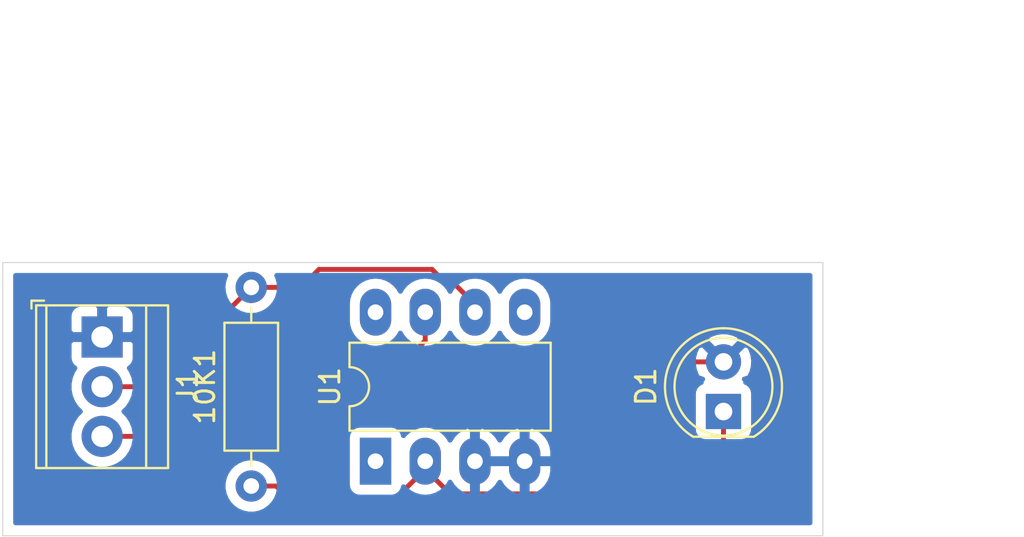
<source format=kicad_pcb>
(kicad_pcb (version 20171130) (host pcbnew "(5.1.4)-1")

  (general
    (thickness 1.6)
    (drawings 13)
    (tracks 29)
    (zones 0)
    (modules 4)
    (nets 8)
  )

  (page A4)
  (layers
    (0 F.Cu signal)
    (31 B.Cu signal)
    (32 B.Adhes user)
    (33 F.Adhes user)
    (34 B.Paste user)
    (35 F.Paste user)
    (36 B.SilkS user)
    (37 F.SilkS user)
    (38 B.Mask user)
    (39 F.Mask user)
    (40 Dwgs.User user)
    (41 Cmts.User user)
    (42 Eco1.User user)
    (43 Eco2.User user)
    (44 Edge.Cuts user)
    (45 Margin user)
    (46 B.CrtYd user)
    (47 F.CrtYd user)
    (48 B.Fab user)
    (49 F.Fab user)
  )

  (setup
    (last_trace_width 0.25)
    (trace_clearance 0.2)
    (zone_clearance 0.508)
    (zone_45_only no)
    (trace_min 0.2)
    (via_size 0.8)
    (via_drill 0.4)
    (via_min_size 0.4)
    (via_min_drill 0.3)
    (uvia_size 0.3)
    (uvia_drill 0.1)
    (uvias_allowed no)
    (uvia_min_size 0.2)
    (uvia_min_drill 0.1)
    (edge_width 0.05)
    (segment_width 0.2)
    (pcb_text_width 0.3)
    (pcb_text_size 1.5 1.5)
    (mod_edge_width 0.12)
    (mod_text_size 1 1)
    (mod_text_width 0.15)
    (pad_size 1.524 1.524)
    (pad_drill 0.762)
    (pad_to_mask_clearance 0.051)
    (solder_mask_min_width 0.25)
    (aux_axis_origin 0 0)
    (visible_elements 7FFFFFFF)
    (pcbplotparams
      (layerselection 0x010fc_ffffffff)
      (usegerberextensions false)
      (usegerberattributes false)
      (usegerberadvancedattributes false)
      (creategerberjobfile false)
      (excludeedgelayer true)
      (linewidth 0.100000)
      (plotframeref false)
      (viasonmask false)
      (mode 1)
      (useauxorigin false)
      (hpglpennumber 1)
      (hpglpenspeed 20)
      (hpglpendiameter 15.000000)
      (psnegative false)
      (psa4output false)
      (plotreference true)
      (plotvalue true)
      (plotinvisibletext false)
      (padsonsilk false)
      (subtractmaskfromsilk false)
      (outputformat 1)
      (mirror false)
      (drillshape 0)
      (scaleselection 1)
      (outputdirectory "Brd files/"))
  )

  (net 0 "")
  (net 1 "Net-(10K1-Pad2)")
  (net 2 "Net-(10K1-Pad1)")
  (net 3 GND)
  (net 4 "Net-(J1-Pad3)")
  (net 5 "Net-(U1-Pad8)")
  (net 6 "Net-(U1-Pad5)")
  (net 7 "Net-(U1-Pad1)")

  (net_class Default "This is the default net class."
    (clearance 0.2)
    (trace_width 0.25)
    (via_dia 0.8)
    (via_drill 0.4)
    (uvia_dia 0.3)
    (uvia_drill 0.1)
    (add_net GND)
    (add_net "Net-(10K1-Pad1)")
    (add_net "Net-(10K1-Pad2)")
    (add_net "Net-(J1-Pad3)")
    (add_net "Net-(U1-Pad1)")
    (add_net "Net-(U1-Pad5)")
    (add_net "Net-(U1-Pad8)")
  )

  (module Package_DIP:DIP-8_W7.62mm_LongPads (layer F.Cu) (tedit 5A02E8C5) (tstamp 5E9E17DD)
    (at 134.62 -195.58 90)
    (descr "8-lead though-hole mounted DIP package, row spacing 7.62 mm (300 mils), LongPads")
    (tags "THT DIP DIL PDIP 2.54mm 7.62mm 300mil LongPads")
    (path /5E9E4C73)
    (fp_text reference U1 (at 3.81 -2.33 90) (layer F.SilkS)
      (effects (font (size 1 1) (thickness 0.15)))
    )
    (fp_text value LTC1050CN8PBF (at 3.81 9.95 90) (layer F.Fab)
      (effects (font (size 1 1) (thickness 0.15)))
    )
    (fp_text user %R (at -2.54 7.62 90) (layer F.Fab)
      (effects (font (size 1 1) (thickness 0.15)))
    )
    (fp_line (start 9.1 -1.55) (end -1.45 -1.55) (layer F.CrtYd) (width 0.05))
    (fp_line (start 9.1 9.15) (end 9.1 -1.55) (layer F.CrtYd) (width 0.05))
    (fp_line (start -1.45 9.15) (end 9.1 9.15) (layer F.CrtYd) (width 0.05))
    (fp_line (start -1.45 -1.55) (end -1.45 9.15) (layer F.CrtYd) (width 0.05))
    (fp_line (start 6.06 -1.33) (end 4.81 -1.33) (layer F.SilkS) (width 0.12))
    (fp_line (start 6.06 8.95) (end 6.06 -1.33) (layer F.SilkS) (width 0.12))
    (fp_line (start 1.56 8.95) (end 6.06 8.95) (layer F.SilkS) (width 0.12))
    (fp_line (start 1.56 -1.33) (end 1.56 8.95) (layer F.SilkS) (width 0.12))
    (fp_line (start 2.81 -1.33) (end 1.56 -1.33) (layer F.SilkS) (width 0.12))
    (fp_line (start 0.635 -0.27) (end 1.635 -1.27) (layer F.Fab) (width 0.1))
    (fp_line (start 0.635 8.89) (end 0.635 -0.27) (layer F.Fab) (width 0.1))
    (fp_line (start 6.985 8.89) (end 0.635 8.89) (layer F.Fab) (width 0.1))
    (fp_line (start 6.985 -1.27) (end 6.985 8.89) (layer F.Fab) (width 0.1))
    (fp_line (start 1.635 -1.27) (end 6.985 -1.27) (layer F.Fab) (width 0.1))
    (fp_arc (start 3.81 -1.33) (end 2.81 -1.33) (angle -180) (layer F.SilkS) (width 0.12))
    (pad 8 thru_hole oval (at 7.62 0 90) (size 2.4 1.6) (drill 0.8) (layers *.Cu *.Mask)
      (net 5 "Net-(U1-Pad8)"))
    (pad 4 thru_hole oval (at 0 7.62 90) (size 2.4 1.6) (drill 0.8) (layers *.Cu *.Mask)
      (net 3 GND))
    (pad 7 thru_hole oval (at 7.62 2.54 90) (size 2.4 1.6) (drill 0.8) (layers *.Cu *.Mask)
      (net 4 "Net-(J1-Pad3)"))
    (pad 3 thru_hole oval (at 0 5.08 90) (size 2.4 1.6) (drill 0.8) (layers *.Cu *.Mask)
      (net 3 GND))
    (pad 6 thru_hole oval (at 7.62 5.08 90) (size 2.4 1.6) (drill 0.8) (layers *.Cu *.Mask)
      (net 1 "Net-(10K1-Pad2)"))
    (pad 2 thru_hole oval (at 0 2.54 90) (size 2.4 1.6) (drill 0.8) (layers *.Cu *.Mask)
      (net 2 "Net-(10K1-Pad1)"))
    (pad 5 thru_hole oval (at 7.62 7.62 90) (size 2.4 1.6) (drill 0.8) (layers *.Cu *.Mask)
      (net 6 "Net-(U1-Pad5)"))
    (pad 1 thru_hole rect (at 0 0 90) (size 2.4 1.6) (drill 0.8) (layers *.Cu *.Mask)
      (net 7 "Net-(U1-Pad1)"))
    (model ${KISYS3DMOD}/Package_DIP.3dshapes/DIP-8_W7.62mm.wrl
      (at (xyz 0 0 0))
      (scale (xyz 1 1 1))
      (rotate (xyz 0 0 0))
    )
  )

  (module TerminalBlock_TE-Connectivity:TerminalBlock_TE_282834-3_1x03_P2.54mm_Horizontal (layer F.Cu) (tedit 5B1EC513) (tstamp 5E9E17C1)
    (at 120.65 -201.93 270)
    (descr "Terminal Block TE 282834-3, 3 pins, pitch 2.54mm, size 8.08x6.5mm^2, drill diamater 1.1mm, pad diameter 2.1mm, see http://www.te.com/commerce/DocumentDelivery/DDEController?Action=showdoc&DocId=Customer+Drawing%7F282834%7FC1%7Fpdf%7FEnglish%7FENG_CD_282834_C1.pdf, script-generated using https://github.com/pointhi/kicad-footprint-generator/scripts/TerminalBlock_TE-Connectivity")
    (tags "THT Terminal Block TE 282834-3 pitch 2.54mm size 8.08x6.5mm^2 drill 1.1mm pad 2.1mm")
    (path /5E9E579B)
    (fp_text reference J1 (at 2.54 -4.37 90) (layer F.SilkS)
      (effects (font (size 1 1) (thickness 0.15)))
    )
    (fp_text value J1 (at 2.54 4.37 90) (layer F.Fab)
      (effects (font (size 1 1) (thickness 0.15)))
    )
    (fp_text user %R (at 2.54 2 90) (layer F.Fab)
      (effects (font (size 1 1) (thickness 0.15)))
    )
    (fp_line (start 7.08 -3.75) (end -2 -3.75) (layer F.CrtYd) (width 0.05))
    (fp_line (start 7.08 3.75) (end 7.08 -3.75) (layer F.CrtYd) (width 0.05))
    (fp_line (start -2 3.75) (end 7.08 3.75) (layer F.CrtYd) (width 0.05))
    (fp_line (start -2 -3.75) (end -2 3.75) (layer F.CrtYd) (width 0.05))
    (fp_line (start -1.86 3.61) (end -1.46 3.61) (layer F.SilkS) (width 0.12))
    (fp_line (start -1.86 2.97) (end -1.86 3.61) (layer F.SilkS) (width 0.12))
    (fp_line (start 5.781 -0.835) (end 4.246 0.7) (layer F.Fab) (width 0.1))
    (fp_line (start 5.915 -0.7) (end 4.38 0.835) (layer F.Fab) (width 0.1))
    (fp_line (start 3.241 -0.835) (end 1.706 0.7) (layer F.Fab) (width 0.1))
    (fp_line (start 3.375 -0.7) (end 1.84 0.835) (layer F.Fab) (width 0.1))
    (fp_line (start 0.701 -0.835) (end -0.835 0.7) (layer F.Fab) (width 0.1))
    (fp_line (start 0.835 -0.7) (end -0.701 0.835) (layer F.Fab) (width 0.1))
    (fp_line (start 6.7 -3.37) (end 6.7 3.37) (layer F.SilkS) (width 0.12))
    (fp_line (start -1.62 -3.37) (end -1.62 3.37) (layer F.SilkS) (width 0.12))
    (fp_line (start -1.62 3.37) (end 6.7 3.37) (layer F.SilkS) (width 0.12))
    (fp_line (start -1.62 -3.37) (end 6.7 -3.37) (layer F.SilkS) (width 0.12))
    (fp_line (start -1.62 -2.25) (end 6.7 -2.25) (layer F.SilkS) (width 0.12))
    (fp_line (start -1.5 -2.25) (end 6.58 -2.25) (layer F.Fab) (width 0.1))
    (fp_line (start -1.62 2.85) (end 6.7 2.85) (layer F.SilkS) (width 0.12))
    (fp_line (start -1.5 2.85) (end 6.58 2.85) (layer F.Fab) (width 0.1))
    (fp_line (start -1.5 2.85) (end -1.5 -3.25) (layer F.Fab) (width 0.1))
    (fp_line (start -1.1 3.25) (end -1.5 2.85) (layer F.Fab) (width 0.1))
    (fp_line (start 6.58 3.25) (end -1.1 3.25) (layer F.Fab) (width 0.1))
    (fp_line (start 6.58 -3.25) (end 6.58 3.25) (layer F.Fab) (width 0.1))
    (fp_line (start -1.5 -3.25) (end 6.58 -3.25) (layer F.Fab) (width 0.1))
    (fp_circle (center 5.08 0) (end 6.18 0) (layer F.Fab) (width 0.1))
    (fp_circle (center 2.54 0) (end 3.64 0) (layer F.Fab) (width 0.1))
    (fp_circle (center 0 0) (end 1.1 0) (layer F.Fab) (width 0.1))
    (pad 3 thru_hole circle (at 5.08 0 270) (size 2.1 2.1) (drill 1.1) (layers *.Cu *.Mask)
      (net 4 "Net-(J1-Pad3)"))
    (pad 2 thru_hole circle (at 2.54 0 270) (size 2.1 2.1) (drill 1.1) (layers *.Cu *.Mask)
      (net 1 "Net-(10K1-Pad2)"))
    (pad 1 thru_hole rect (at 0 0 270) (size 2.1 2.1) (drill 1.1) (layers *.Cu *.Mask)
      (net 3 GND))
    (model ${KISYS3DMOD}/TerminalBlock_TE-Connectivity.3dshapes/TerminalBlock_TE_282834-3_1x03_P2.54mm_Horizontal.wrl
      (at (xyz 0 0 0))
      (scale (xyz 1 1 1))
      (rotate (xyz 0 0 0))
    )
  )

  (module LED_THT:LED_D5.0mm_IRGrey (layer F.Cu) (tedit 5A6C9BB8) (tstamp 5E9E179D)
    (at 152.4 -198.12 90)
    (descr "LED, diameter 5.0mm, 2 pins, http://cdn-reichelt.de/documents/datenblatt/A500/LL-504BC2E-009.pdf")
    (tags "LED diameter 5.0mm 2 pins")
    (path /5E9EBA60)
    (fp_text reference D1 (at 1.27 -3.96 90) (layer F.SilkS)
      (effects (font (size 1 1) (thickness 0.15)))
    )
    (fp_text value SFH229 (at 1.27 3.96 90) (layer F.Fab)
      (effects (font (size 1 1) (thickness 0.15)))
    )
    (fp_arc (start 1.27 0) (end -1.29 1.54483) (angle -148.9) (layer F.SilkS) (width 0.12))
    (fp_arc (start 1.27 0) (end -1.29 -1.54483) (angle 148.9) (layer F.SilkS) (width 0.12))
    (fp_arc (start 1.27 0) (end -1.23 -1.469694) (angle 299.1) (layer F.Fab) (width 0.1))
    (fp_circle (center 1.27 0) (end 3.77 0) (layer F.SilkS) (width 0.12))
    (fp_circle (center 1.27 0) (end 3.77 0) (layer F.Fab) (width 0.1))
    (fp_line (start 4.5 -3.25) (end -1.95 -3.25) (layer F.CrtYd) (width 0.05))
    (fp_line (start 4.5 3.25) (end 4.5 -3.25) (layer F.CrtYd) (width 0.05))
    (fp_line (start -1.95 3.25) (end 4.5 3.25) (layer F.CrtYd) (width 0.05))
    (fp_line (start -1.95 -3.25) (end -1.95 3.25) (layer F.CrtYd) (width 0.05))
    (fp_line (start -1.29 -1.545) (end -1.29 1.545) (layer F.SilkS) (width 0.12))
    (fp_line (start -1.23 -1.469694) (end -1.23 1.469694) (layer F.Fab) (width 0.1))
    (fp_text user %R (at 1.25 0 90) (layer F.Fab)
      (effects (font (size 0.8 0.8) (thickness 0.2)))
    )
    (pad 2 thru_hole circle (at 2.54 0 90) (size 1.8 1.8) (drill 0.9) (layers *.Cu *.Mask)
      (net 3 GND))
    (pad 1 thru_hole rect (at 0 0 90) (size 1.8 1.8) (drill 0.9) (layers *.Cu *.Mask)
      (net 2 "Net-(10K1-Pad1)"))
    (model ${KISYS3DMOD}/LED_THT.3dshapes/LED_D5.0mm_IRGrey.wrl
      (at (xyz 0 0 0))
      (scale (xyz 1 1 1))
      (rotate (xyz 0 0 0))
    )
  )

  (module Resistor_THT:R_Axial_DIN0207_L6.3mm_D2.5mm_P10.16mm_Horizontal (layer F.Cu) (tedit 5AE5139B) (tstamp 5E9E178B)
    (at 128.27 -194.31 90)
    (descr "Resistor, Axial_DIN0207 series, Axial, Horizontal, pin pitch=10.16mm, 0.25W = 1/4W, length*diameter=6.3*2.5mm^2, http://cdn-reichelt.de/documents/datenblatt/B400/1_4W%23YAG.pdf")
    (tags "Resistor Axial_DIN0207 series Axial Horizontal pin pitch 10.16mm 0.25W = 1/4W length 6.3mm diameter 2.5mm")
    (path /5E9EAAF9)
    (fp_text reference 10K1 (at 5.08 -2.37 90) (layer F.SilkS)
      (effects (font (size 1 1) (thickness 0.15)))
    )
    (fp_text value R (at 5.08 2.37 90) (layer F.Fab)
      (effects (font (size 1 1) (thickness 0.15)))
    )
    (fp_text user %R (at 5.08 0 270) (layer F.Fab)
      (effects (font (size 1 1) (thickness 0.15)))
    )
    (fp_line (start 11.21 -1.5) (end -1.05 -1.5) (layer F.CrtYd) (width 0.05))
    (fp_line (start 11.21 1.5) (end 11.21 -1.5) (layer F.CrtYd) (width 0.05))
    (fp_line (start -1.05 1.5) (end 11.21 1.5) (layer F.CrtYd) (width 0.05))
    (fp_line (start -1.05 -1.5) (end -1.05 1.5) (layer F.CrtYd) (width 0.05))
    (fp_line (start 9.12 0) (end 8.35 0) (layer F.SilkS) (width 0.12))
    (fp_line (start 1.04 0) (end 1.81 0) (layer F.SilkS) (width 0.12))
    (fp_line (start 8.35 -1.37) (end 1.81 -1.37) (layer F.SilkS) (width 0.12))
    (fp_line (start 8.35 1.37) (end 8.35 -1.37) (layer F.SilkS) (width 0.12))
    (fp_line (start 1.81 1.37) (end 8.35 1.37) (layer F.SilkS) (width 0.12))
    (fp_line (start 1.81 -1.37) (end 1.81 1.37) (layer F.SilkS) (width 0.12))
    (fp_line (start 10.16 0) (end 8.23 0) (layer F.Fab) (width 0.1))
    (fp_line (start 0 0) (end 1.93 0) (layer F.Fab) (width 0.1))
    (fp_line (start 8.23 -1.25) (end 1.93 -1.25) (layer F.Fab) (width 0.1))
    (fp_line (start 8.23 1.25) (end 8.23 -1.25) (layer F.Fab) (width 0.1))
    (fp_line (start 1.93 1.25) (end 8.23 1.25) (layer F.Fab) (width 0.1))
    (fp_line (start 1.93 -1.25) (end 1.93 1.25) (layer F.Fab) (width 0.1))
    (pad 2 thru_hole oval (at 10.16 0 90) (size 1.6 1.6) (drill 0.8) (layers *.Cu *.Mask)
      (net 1 "Net-(10K1-Pad2)"))
    (pad 1 thru_hole circle (at 0 0 90) (size 1.6 1.6) (drill 0.8) (layers *.Cu *.Mask)
      (net 2 "Net-(10K1-Pad1)"))
    (model ${KISYS3DMOD}/Resistor_THT.3dshapes/R_Axial_DIN0207_L6.3mm_D2.5mm_P10.16mm_Horizontal.wrl
      (at (xyz 0 0 0))
      (scale (xyz 1 1 1))
      (rotate (xyz 0 0 0))
    )
  )

  (gr_text S (at 125.73 -199.39) (layer Dwgs.User)
    (effects (font (size 1 1) (thickness 0.15)))
  )
  (gr_text +5 (at 125.73 -196.85) (layer Dwgs.User)
    (effects (font (size 1 1) (thickness 0.15)))
  )
  (gr_text G (at 125.73 -203.2) (layer Dwgs.User)
    (effects (font (size 1 1) (thickness 0.15)))
  )
  (dimension 41.91 (width 0.15) (layer Dwgs.User)
    (gr_text "1.6500 in" (at 136.525 -218.47) (layer Dwgs.User)
      (effects (font (size 1 1) (thickness 0.15)))
    )
    (feature1 (pts (xy 115.57 -205.74) (xy 115.57 -217.756421)))
    (feature2 (pts (xy 157.48 -205.74) (xy 157.48 -217.756421)))
    (crossbar (pts (xy 157.48 -217.17) (xy 115.57 -217.17)))
    (arrow1a (pts (xy 115.57 -217.17) (xy 116.696504 -217.756421)))
    (arrow1b (pts (xy 115.57 -217.17) (xy 116.696504 -216.583579)))
    (arrow2a (pts (xy 157.48 -217.17) (xy 156.353496 -217.756421)))
    (arrow2b (pts (xy 157.48 -217.17) (xy 156.353496 -216.583579)))
  )
  (dimension 13.97 (width 0.15) (layer Dwgs.User)
    (gr_text "0.5500 in" (at 166.4 -198.755 270) (layer Dwgs.User)
      (effects (font (size 1 1) (thickness 0.15)))
    )
    (feature1 (pts (xy 157.48 -191.77) (xy 165.686421 -191.77)))
    (feature2 (pts (xy 157.48 -205.74) (xy 165.686421 -205.74)))
    (crossbar (pts (xy 165.1 -205.74) (xy 165.1 -191.77)))
    (arrow1a (pts (xy 165.1 -191.77) (xy 164.513579 -192.896504)))
    (arrow1b (pts (xy 165.1 -191.77) (xy 165.686421 -192.896504)))
    (arrow2a (pts (xy 165.1 -205.74) (xy 164.513579 -204.613496)))
    (arrow2b (pts (xy 165.1 -205.74) (xy 165.686421 -204.613496)))
  )
  (gr_line (start 157.48 -191.77) (end 147.32 -191.77) (layer Edge.Cuts) (width 0.05) (tstamp 5E9E1A6B))
  (gr_line (start 157.48 -205.74) (end 157.48 -191.77) (layer Edge.Cuts) (width 0.05))
  (gr_line (start 147.32 -205.74) (end 157.48 -205.74) (layer Edge.Cuts) (width 0.05))
  (gr_line (start 115.57 -191.77) (end 115.57 -195.58) (layer Edge.Cuts) (width 0.05) (tstamp 5E9E19C3))
  (gr_line (start 147.32 -191.77) (end 115.57 -191.77) (layer Edge.Cuts) (width 0.05))
  (gr_line (start 115.57 -205.74) (end 115.57 -204.47) (layer Edge.Cuts) (width 0.05) (tstamp 5E9E1845))
  (gr_line (start 115.57 -205.74) (end 147.32 -205.74) (layer Edge.Cuts) (width 0.05))
  (gr_line (start 115.57 -204.47) (end 115.57 -195.58) (layer Edge.Cuts) (width 0.05) (tstamp 5E9E1843))

  (segment (start 120.65 -199.39) (end 124.46 -199.39) (width 0.25) (layer F.Cu) (net 1))
  (segment (start 124.46 -200.66) (end 128.27 -204.47) (width 0.25) (layer F.Cu) (net 1))
  (segment (start 124.46 -199.39) (end 124.46 -200.66) (width 0.25) (layer F.Cu) (net 1))
  (segment (start 128.27 -204.47) (end 130.81 -204.47) (width 0.25) (layer F.Cu) (net 1))
  (segment (start 139.7 -203.6) (end 139.7 -203.2) (width 0.25) (layer F.Cu) (net 1))
  (segment (start 138.57499 -204.72501) (end 139.7 -203.6) (width 0.25) (layer F.Cu) (net 1))
  (segment (start 130.81 -204.47) (end 131.72999 -205.38999) (width 0.25) (layer F.Cu) (net 1))
  (segment (start 138.57499 -204.72501) (end 138.17499 -204.72501) (width 0.25) (layer F.Cu) (net 1))
  (segment (start 137.51001 -205.38999) (end 131.72999 -205.38999) (width 0.25) (layer F.Cu) (net 1))
  (segment (start 138.17499 -204.72501) (end 137.51001 -205.38999) (width 0.25) (layer F.Cu) (net 1))
  (segment (start 128.27 -194.31) (end 129.54 -194.31) (width 0.25) (layer F.Cu) (net 2))
  (segment (start 129.54 -194.31) (end 130.81 -193.04) (width 0.25) (layer F.Cu) (net 2))
  (segment (start 137.16 -195.18) (end 137.16 -195.58) (width 0.25) (layer F.Cu) (net 2))
  (segment (start 135.02 -193.04) (end 137.16 -195.18) (width 0.25) (layer F.Cu) (net 2))
  (segment (start 130.81 -193.04) (end 135.02 -193.04) (width 0.25) (layer F.Cu) (net 2))
  (segment (start 137.16 -195.18) (end 138.43 -193.91) (width 0.25) (layer F.Cu) (net 2))
  (segment (start 145.65 -193.91) (end 150.73 -193.91) (width 0.25) (layer F.Cu) (net 2))
  (segment (start 145.65 -193.91) (end 146.45 -193.91) (width 0.25) (layer F.Cu) (net 2))
  (segment (start 138.43 -193.91) (end 145.65 -193.91) (width 0.25) (layer F.Cu) (net 2))
  (segment (start 152.4 -195.58) (end 152.4 -198.12) (width 0.25) (layer F.Cu) (net 2))
  (segment (start 150.73 -193.91) (end 152.4 -195.58) (width 0.25) (layer F.Cu) (net 2))
  (segment (start 139.7 -195.58) (end 142.24 -195.58) (width 0.25) (layer F.Cu) (net 3))
  (segment (start 142.24 -195.58) (end 142.24 -195.98) (width 0.25) (layer F.Cu) (net 3))
  (segment (start 142.24 -195.58) (end 144.78 -195.58) (width 0.25) (layer F.Cu) (net 3))
  (segment (start 149.86 -200.66) (end 152.4 -200.66) (width 0.25) (layer F.Cu) (net 3))
  (segment (start 144.78 -195.58) (end 149.86 -200.66) (width 0.25) (layer F.Cu) (net 3))
  (segment (start 137.16 -201.75) (end 137.16 -203.2) (width 0.25) (layer F.Cu) (net 4))
  (segment (start 132.26 -196.85) (end 137.16 -201.75) (width 0.25) (layer F.Cu) (net 4))
  (segment (start 120.65 -196.85) (end 132.26 -196.85) (width 0.25) (layer F.Cu) (net 4))

  (zone (net 3) (net_name GND) (layer B.Cu) (tstamp 5E9E1B0B) (hatch edge 0.508)
    (connect_pads (clearance 0.508))
    (min_thickness 0.254)
    (fill yes (arc_segments 32) (thermal_gap 0.508) (thermal_bridge_width 0.508))
    (polygon
      (pts
        (xy 115.57 -205.74) (xy 157.48 -205.74) (xy 157.48 -191.77) (xy 115.57 -191.77)
      )
    )
    (filled_polygon
      (pts
        (xy 126.937818 -205.021808) (xy 126.855764 -204.751309) (xy 126.828057 -204.47) (xy 126.855764 -204.188691) (xy 126.937818 -203.918192)
        (xy 127.071068 -203.668899) (xy 127.250392 -203.450392) (xy 127.468899 -203.271068) (xy 127.718192 -203.137818) (xy 127.988691 -203.055764)
        (xy 128.199508 -203.035) (xy 128.340492 -203.035) (xy 128.551309 -203.055764) (xy 128.821808 -203.137818) (xy 129.071101 -203.271068)
        (xy 129.289608 -203.450392) (xy 129.468932 -203.668899) (xy 129.469782 -203.670491) (xy 133.185 -203.670491) (xy 133.185 -202.729508)
        (xy 133.205764 -202.518691) (xy 133.287818 -202.248192) (xy 133.421068 -201.998899) (xy 133.600393 -201.780392) (xy 133.8189 -201.601068)
        (xy 134.068193 -201.467818) (xy 134.338692 -201.385764) (xy 134.62 -201.358057) (xy 134.901309 -201.385764) (xy 135.171808 -201.467818)
        (xy 135.421101 -201.601068) (xy 135.639608 -201.780392) (xy 135.818932 -201.998899) (xy 135.89 -202.131858) (xy 135.961068 -201.998899)
        (xy 136.140393 -201.780392) (xy 136.3589 -201.601068) (xy 136.608193 -201.467818) (xy 136.878692 -201.385764) (xy 137.16 -201.358057)
        (xy 137.441309 -201.385764) (xy 137.711808 -201.467818) (xy 137.961101 -201.601068) (xy 138.179608 -201.780392) (xy 138.358932 -201.998899)
        (xy 138.43 -202.131858) (xy 138.501068 -201.998899) (xy 138.680393 -201.780392) (xy 138.8989 -201.601068) (xy 139.148193 -201.467818)
        (xy 139.418692 -201.385764) (xy 139.7 -201.358057) (xy 139.981309 -201.385764) (xy 140.251808 -201.467818) (xy 140.501101 -201.601068)
        (xy 140.719608 -201.780392) (xy 140.898932 -201.998899) (xy 140.97 -202.131858) (xy 141.041068 -201.998899) (xy 141.220393 -201.780392)
        (xy 141.4389 -201.601068) (xy 141.688193 -201.467818) (xy 141.958692 -201.385764) (xy 142.24 -201.358057) (xy 142.521309 -201.385764)
        (xy 142.791808 -201.467818) (xy 143.041101 -201.601068) (xy 143.190991 -201.72408) (xy 151.515525 -201.72408) (xy 152.4 -200.839605)
        (xy 153.284475 -201.72408) (xy 153.200792 -201.978261) (xy 152.928225 -202.109158) (xy 152.635358 -202.184365) (xy 152.333447 -202.200991)
        (xy 152.034093 -202.158397) (xy 151.748801 -202.058222) (xy 151.599208 -201.978261) (xy 151.515525 -201.72408) (xy 143.190991 -201.72408)
        (xy 143.259608 -201.780392) (xy 143.438932 -201.998899) (xy 143.572182 -202.248192) (xy 143.654236 -202.518691) (xy 143.675 -202.729509)
        (xy 143.675 -203.670492) (xy 143.654236 -203.881309) (xy 143.572182 -204.151808) (xy 143.438932 -204.401101) (xy 143.259607 -204.619608)
        (xy 143.0411 -204.798932) (xy 142.791807 -204.932182) (xy 142.521308 -205.014236) (xy 142.24 -205.041943) (xy 141.958691 -205.014236)
        (xy 141.688192 -204.932182) (xy 141.438899 -204.798932) (xy 141.220392 -204.619607) (xy 141.041068 -204.4011) (xy 140.97 -204.268142)
        (xy 140.898932 -204.401101) (xy 140.719607 -204.619608) (xy 140.5011 -204.798932) (xy 140.251807 -204.932182) (xy 139.981308 -205.014236)
        (xy 139.7 -205.041943) (xy 139.418691 -205.014236) (xy 139.148192 -204.932182) (xy 138.898899 -204.798932) (xy 138.680392 -204.619607)
        (xy 138.501068 -204.4011) (xy 138.43 -204.268142) (xy 138.358932 -204.401101) (xy 138.179607 -204.619608) (xy 137.9611 -204.798932)
        (xy 137.711807 -204.932182) (xy 137.441308 -205.014236) (xy 137.16 -205.041943) (xy 136.878691 -205.014236) (xy 136.608192 -204.932182)
        (xy 136.358899 -204.798932) (xy 136.140392 -204.619607) (xy 135.961068 -204.4011) (xy 135.89 -204.268142) (xy 135.818932 -204.401101)
        (xy 135.639607 -204.619608) (xy 135.4211 -204.798932) (xy 135.171807 -204.932182) (xy 134.901308 -205.014236) (xy 134.62 -205.041943)
        (xy 134.338691 -205.014236) (xy 134.068192 -204.932182) (xy 133.818899 -204.798932) (xy 133.600392 -204.619607) (xy 133.421068 -204.4011)
        (xy 133.287818 -204.151807) (xy 133.205764 -203.881308) (xy 133.185 -203.670491) (xy 129.469782 -203.670491) (xy 129.602182 -203.918192)
        (xy 129.684236 -204.188691) (xy 129.711943 -204.47) (xy 129.684236 -204.751309) (xy 129.602182 -205.021808) (xy 129.571078 -205.08)
        (xy 156.82 -205.08) (xy 156.820001 -192.43) (xy 116.23 -192.43) (xy 116.23 -194.451335) (xy 126.835 -194.451335)
        (xy 126.835 -194.168665) (xy 126.890147 -193.891426) (xy 126.99832 -193.630273) (xy 127.155363 -193.395241) (xy 127.355241 -193.195363)
        (xy 127.590273 -193.03832) (xy 127.851426 -192.930147) (xy 128.128665 -192.875) (xy 128.411335 -192.875) (xy 128.688574 -192.930147)
        (xy 128.949727 -193.03832) (xy 129.184759 -193.195363) (xy 129.384637 -193.395241) (xy 129.54168 -193.630273) (xy 129.649853 -193.891426)
        (xy 129.705 -194.168665) (xy 129.705 -194.451335) (xy 129.649853 -194.728574) (xy 129.54168 -194.989727) (xy 129.384637 -195.224759)
        (xy 129.184759 -195.424637) (xy 128.949727 -195.58168) (xy 128.688574 -195.689853) (xy 128.411335 -195.745) (xy 128.128665 -195.745)
        (xy 127.851426 -195.689853) (xy 127.590273 -195.58168) (xy 127.355241 -195.424637) (xy 127.155363 -195.224759) (xy 126.99832 -194.989727)
        (xy 126.890147 -194.728574) (xy 126.835 -194.451335) (xy 116.23 -194.451335) (xy 116.23 -200.88) (xy 118.961928 -200.88)
        (xy 118.974188 -200.755518) (xy 119.010498 -200.63582) (xy 119.069463 -200.525506) (xy 119.148815 -200.428815) (xy 119.245506 -200.349463)
        (xy 119.259546 -200.341958) (xy 119.156772 -200.188147) (xy 119.029754 -199.881496) (xy 118.965 -199.555958) (xy 118.965 -199.224042)
        (xy 119.029754 -198.898504) (xy 119.156772 -198.591853) (xy 119.341175 -198.315875) (xy 119.53705 -198.12) (xy 119.341175 -197.924125)
        (xy 119.156772 -197.648147) (xy 119.029754 -197.341496) (xy 118.965 -197.015958) (xy 118.965 -196.684042) (xy 119.029754 -196.358504)
        (xy 119.156772 -196.051853) (xy 119.341175 -195.775875) (xy 119.575875 -195.541175) (xy 119.851853 -195.356772) (xy 120.158504 -195.229754)
        (xy 120.484042 -195.165) (xy 120.815958 -195.165) (xy 121.141496 -195.229754) (xy 121.448147 -195.356772) (xy 121.724125 -195.541175)
        (xy 121.958825 -195.775875) (xy 122.143228 -196.051853) (xy 122.270246 -196.358504) (xy 122.335 -196.684042) (xy 122.335 -196.78)
        (xy 133.181928 -196.78) (xy 133.181928 -194.38) (xy 133.194188 -194.255518) (xy 133.230498 -194.13582) (xy 133.289463 -194.025506)
        (xy 133.368815 -193.928815) (xy 133.465506 -193.849463) (xy 133.57582 -193.790498) (xy 133.695518 -193.754188) (xy 133.82 -193.741928)
        (xy 135.42 -193.741928) (xy 135.544482 -193.754188) (xy 135.66418 -193.790498) (xy 135.774494 -193.849463) (xy 135.871185 -193.928815)
        (xy 135.950537 -194.025506) (xy 136.009502 -194.13582) (xy 136.045812 -194.255518) (xy 136.047581 -194.273483) (xy 136.140393 -194.160392)
        (xy 136.3589 -193.981068) (xy 136.608193 -193.847818) (xy 136.878692 -193.765764) (xy 137.16 -193.738057) (xy 137.441309 -193.765764)
        (xy 137.711808 -193.847818) (xy 137.961101 -193.981068) (xy 138.179608 -194.160392) (xy 138.358932 -194.378899) (xy 138.427265 -194.506741)
        (xy 138.577399 -194.277161) (xy 138.775105 -194.0755) (xy 139.008354 -193.916285) (xy 139.268182 -193.805633) (xy 139.350961 -193.788096)
        (xy 139.573 -193.910085) (xy 139.573 -195.453) (xy 139.827 -195.453) (xy 139.827 -193.910085) (xy 140.049039 -193.788096)
        (xy 140.131818 -193.805633) (xy 140.391646 -193.916285) (xy 140.624895 -194.0755) (xy 140.822601 -194.277161) (xy 140.97 -194.502559)
        (xy 141.117399 -194.277161) (xy 141.315105 -194.0755) (xy 141.548354 -193.916285) (xy 141.808182 -193.805633) (xy 141.890961 -193.788096)
        (xy 142.113 -193.910085) (xy 142.113 -195.453) (xy 142.367 -195.453) (xy 142.367 -193.910085) (xy 142.589039 -193.788096)
        (xy 142.671818 -193.805633) (xy 142.931646 -193.916285) (xy 143.164895 -194.0755) (xy 143.362601 -194.277161) (xy 143.517166 -194.513517)
        (xy 143.62265 -194.775486) (xy 143.675 -195.053) (xy 143.675 -195.453) (xy 142.367 -195.453) (xy 142.113 -195.453)
        (xy 139.827 -195.453) (xy 139.573 -195.453) (xy 139.553 -195.453) (xy 139.553 -195.707) (xy 139.573 -195.707)
        (xy 139.573 -197.249915) (xy 139.827 -197.249915) (xy 139.827 -195.707) (xy 142.113 -195.707) (xy 142.113 -197.249915)
        (xy 142.367 -197.249915) (xy 142.367 -195.707) (xy 143.675 -195.707) (xy 143.675 -196.107) (xy 143.62265 -196.384514)
        (xy 143.517166 -196.646483) (xy 143.362601 -196.882839) (xy 143.164895 -197.0845) (xy 142.931646 -197.243715) (xy 142.671818 -197.354367)
        (xy 142.589039 -197.371904) (xy 142.367 -197.249915) (xy 142.113 -197.249915) (xy 141.890961 -197.371904) (xy 141.808182 -197.354367)
        (xy 141.548354 -197.243715) (xy 141.315105 -197.0845) (xy 141.117399 -196.882839) (xy 140.97 -196.657441) (xy 140.822601 -196.882839)
        (xy 140.624895 -197.0845) (xy 140.391646 -197.243715) (xy 140.131818 -197.354367) (xy 140.049039 -197.371904) (xy 139.827 -197.249915)
        (xy 139.573 -197.249915) (xy 139.350961 -197.371904) (xy 139.268182 -197.354367) (xy 139.008354 -197.243715) (xy 138.775105 -197.0845)
        (xy 138.577399 -196.882839) (xy 138.427265 -196.653259) (xy 138.358932 -196.781101) (xy 138.179607 -196.999608) (xy 137.9611 -197.178932)
        (xy 137.711807 -197.312182) (xy 137.441308 -197.394236) (xy 137.16 -197.421943) (xy 136.878691 -197.394236) (xy 136.608192 -197.312182)
        (xy 136.358899 -197.178932) (xy 136.140392 -196.999607) (xy 136.047581 -196.886517) (xy 136.045812 -196.904482) (xy 136.009502 -197.02418)
        (xy 135.950537 -197.134494) (xy 135.871185 -197.231185) (xy 135.774494 -197.310537) (xy 135.66418 -197.369502) (xy 135.544482 -197.405812)
        (xy 135.42 -197.418072) (xy 133.82 -197.418072) (xy 133.695518 -197.405812) (xy 133.57582 -197.369502) (xy 133.465506 -197.310537)
        (xy 133.368815 -197.231185) (xy 133.289463 -197.134494) (xy 133.230498 -197.02418) (xy 133.194188 -196.904482) (xy 133.181928 -196.78)
        (xy 122.335 -196.78) (xy 122.335 -197.015958) (xy 122.270246 -197.341496) (xy 122.143228 -197.648147) (xy 121.958825 -197.924125)
        (xy 121.76295 -198.12) (xy 121.958825 -198.315875) (xy 122.143228 -198.591853) (xy 122.270246 -198.898504) (xy 122.335 -199.224042)
        (xy 122.335 -199.555958) (xy 122.270246 -199.881496) (xy 122.143228 -200.188147) (xy 122.040454 -200.341958) (xy 122.054494 -200.349463)
        (xy 122.151185 -200.428815) (xy 122.230537 -200.525506) (xy 122.266852 -200.593447) (xy 150.859009 -200.593447) (xy 150.901603 -200.294093)
        (xy 151.001778 -200.008801) (xy 151.081739 -199.859208) (xy 151.335918 -199.775526) (xy 151.21997 -199.659578) (xy 151.266735 -199.612813)
        (xy 151.25582 -199.609502) (xy 151.145506 -199.550537) (xy 151.048815 -199.471185) (xy 150.969463 -199.374494) (xy 150.910498 -199.26418)
        (xy 150.874188 -199.144482) (xy 150.861928 -199.02) (xy 150.861928 -197.22) (xy 150.874188 -197.095518) (xy 150.910498 -196.97582)
        (xy 150.969463 -196.865506) (xy 151.048815 -196.768815) (xy 151.145506 -196.689463) (xy 151.25582 -196.630498) (xy 151.375518 -196.594188)
        (xy 151.5 -196.581928) (xy 153.3 -196.581928) (xy 153.424482 -196.594188) (xy 153.54418 -196.630498) (xy 153.654494 -196.689463)
        (xy 153.751185 -196.768815) (xy 153.830537 -196.865506) (xy 153.889502 -196.97582) (xy 153.925812 -197.095518) (xy 153.938072 -197.22)
        (xy 153.938072 -199.02) (xy 153.925812 -199.144482) (xy 153.889502 -199.26418) (xy 153.830537 -199.374494) (xy 153.751185 -199.471185)
        (xy 153.654494 -199.550537) (xy 153.54418 -199.609502) (xy 153.533265 -199.612813) (xy 153.58003 -199.659578) (xy 153.464082 -199.775526)
        (xy 153.718261 -199.859208) (xy 153.849158 -200.131775) (xy 153.924365 -200.424642) (xy 153.940991 -200.726553) (xy 153.898397 -201.025907)
        (xy 153.798222 -201.311199) (xy 153.718261 -201.460792) (xy 153.46408 -201.544475) (xy 152.579605 -200.66) (xy 152.593748 -200.645858)
        (xy 152.414143 -200.466253) (xy 152.4 -200.480395) (xy 152.385858 -200.466253) (xy 152.206253 -200.645858) (xy 152.220395 -200.66)
        (xy 151.33592 -201.544475) (xy 151.081739 -201.460792) (xy 150.950842 -201.188225) (xy 150.875635 -200.895358) (xy 150.859009 -200.593447)
        (xy 122.266852 -200.593447) (xy 122.289502 -200.63582) (xy 122.325812 -200.755518) (xy 122.338072 -200.88) (xy 122.335 -201.64425)
        (xy 122.17625 -201.803) (xy 120.777 -201.803) (xy 120.777 -201.783) (xy 120.523 -201.783) (xy 120.523 -201.803)
        (xy 119.12375 -201.803) (xy 118.965 -201.64425) (xy 118.961928 -200.88) (xy 116.23 -200.88) (xy 116.23 -202.98)
        (xy 118.961928 -202.98) (xy 118.965 -202.21575) (xy 119.12375 -202.057) (xy 120.523 -202.057) (xy 120.523 -203.45625)
        (xy 120.777 -203.45625) (xy 120.777 -202.057) (xy 122.17625 -202.057) (xy 122.335 -202.21575) (xy 122.338072 -202.98)
        (xy 122.325812 -203.104482) (xy 122.289502 -203.22418) (xy 122.230537 -203.334494) (xy 122.151185 -203.431185) (xy 122.054494 -203.510537)
        (xy 121.94418 -203.569502) (xy 121.824482 -203.605812) (xy 121.7 -203.618072) (xy 120.93575 -203.615) (xy 120.777 -203.45625)
        (xy 120.523 -203.45625) (xy 120.36425 -203.615) (xy 119.6 -203.618072) (xy 119.475518 -203.605812) (xy 119.35582 -203.569502)
        (xy 119.245506 -203.510537) (xy 119.148815 -203.431185) (xy 119.069463 -203.334494) (xy 119.010498 -203.22418) (xy 118.974188 -203.104482)
        (xy 118.961928 -202.98) (xy 116.23 -202.98) (xy 116.23 -205.08) (xy 126.968922 -205.08)
      )
    )
  )
)

</source>
